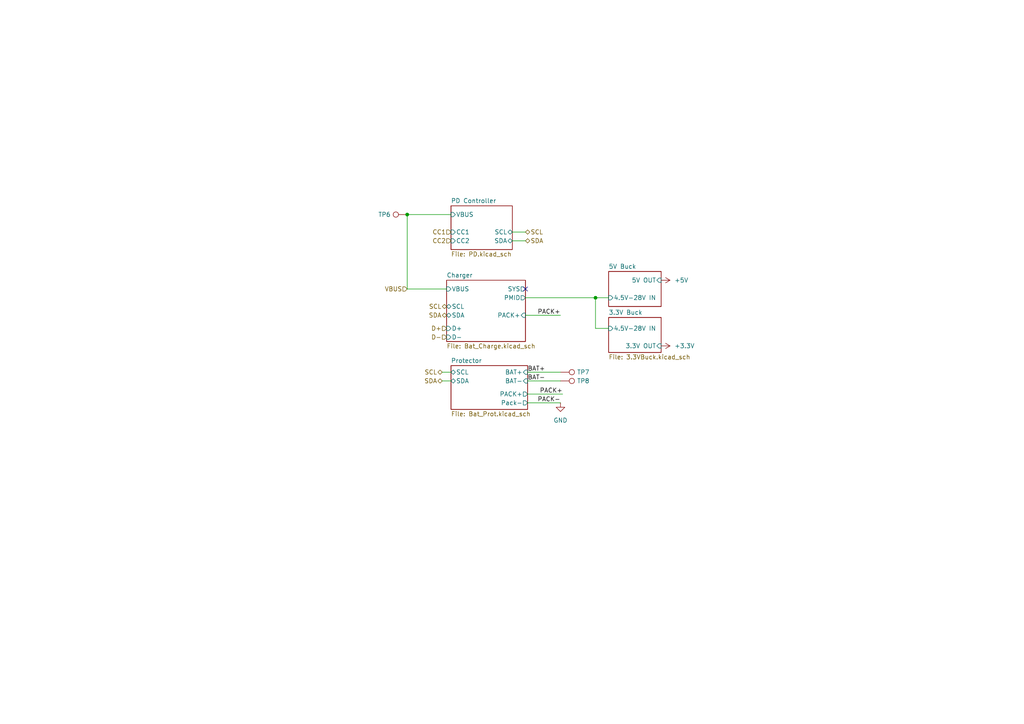
<source format=kicad_sch>
(kicad_sch (version 20231120) (generator "eeschema") (generator_version "8.0")
  (paper "A4")
  (lib_symbols
    (symbol "Connector:TestPoint" (pin_numbers hide) (pin_names (offset 0.762) hide)
      (property "Reference" "TP" (at 0 6.858 0))
      (property "Value" "TestPoint" (at 0 5.08 0))
      (symbol "TestPoint_0_1"
        (circle (center 0 3.302) (radius 0.762))
      )
      (symbol "TestPoint_1_1"
        (pin passive line (at 0 0 90) (length 2.54) (name "1") (number "1"))
      )
    )
    (symbol "power:+3.3V" (power) (pin_numbers hide) (pin_names (offset 0) hide)
      (property "Value" "+3.3V" (at 0 3.556 0))
      (symbol "+3.3V_0_1"
        (polyline (pts (xy -0.762 1.27) (xy 0 2.54)))
        (polyline (pts (xy 0 0) (xy 0 2.54)))
        (polyline (pts (xy 0 2.54) (xy 0.762 1.27)))
      )
      (symbol "+3.3V_1_1"
        (pin power_in line (at 0 0 90) (length 0) (name "~") (number "1"))
      )
    )
    (symbol "power:+5V" (power) (pin_numbers hide) (pin_names (offset 0) hide)
      (property "Value" "+5V" (at 0 3.556 0))
      (symbol "+5V_0_1"
        (polyline (pts (xy -0.762 1.27) (xy 0 2.54)))
        (polyline (pts (xy 0 0) (xy 0 2.54)))
        (polyline (pts (xy 0 2.54) (xy 0.762 1.27)))
      )
      (symbol "+5V_1_1"
        (pin power_in line (at 0 0 90) (length 0) (name "~") (number "1"))
      )
    )
    (symbol "power:GND" (power) (pin_numbers hide) (pin_names (offset 0) hide)
      (property "Value" "GND" (at 0 -3.81 0))
      (symbol "GND_0_1"
        (polyline (pts (xy 0 0) (xy 0 -1.27) (xy 1.27 -1.27) (xy 0 -2.54) (xy -1.27 -1.27) (xy 0 -1.27)))
      )
      (symbol "GND_1_1"
        (pin power_in line (at 0 0 270) (length 0) (name "~") (number "1"))
      )
    )
  )
  (junction (at 172.72 86.36))
  (junction (at 118.11 62.23))
  (no_connect (at 152.4 83.82))
  (wire (pts (xy 176.53 95.25) (xy 172.72 95.25)))
  (wire (pts (xy 118.11 83.82) (xy 118.11 62.23)))
  (wire (pts (xy 148.59 69.85) (xy 152.4 69.85)))
  (wire (pts (xy 153.035 114.3) (xy 163.195 114.3)))
  (wire (pts (xy 128.27 110.49) (xy 130.81 110.49)))
  (wire (pts (xy 162.56 110.49) (xy 153.035 110.49)))
  (wire (pts (xy 118.11 62.23) (xy 130.81 62.23)))
  (wire (pts (xy 172.72 86.36) (xy 176.53 86.36)))
  (wire (pts (xy 152.4 86.36) (xy 172.72 86.36)))
  (wire (pts (xy 152.4 67.31) (xy 148.59 67.31)))
  (wire (pts (xy 152.4 91.44) (xy 162.56 91.44)))
  (wire (pts (xy 153.035 116.84) (xy 162.56 116.84)))
  (wire (pts (xy 128.27 107.95) (xy 130.81 107.95)))
  (wire (pts (xy 162.56 107.95) (xy 153.035 107.95)))
  (wire (pts (xy 118.11 83.82) (xy 129.54 83.82)))
  (wire (pts (xy 172.72 95.25) (xy 172.72 86.36)))
  (label "BAT-" (at 153.035 110.49 0))
  (label "PACK+" (at 162.56 91.44 180))
  (label "BAT+" (at 153.035 107.95 0))
  (label "PACK+" (at 163.195 114.3 180))
  (label "PACK-" (at 162.56 116.84 180))
  (hierarchical_label "SCL" (shape bidirectional) (at 152.4 67.31 0))
  (hierarchical_label "D-" (shape input) (at 129.54 97.79 180))
  (hierarchical_label "D+" (shape input) (at 129.54 95.25 180))
  (hierarchical_label "VBUS" (shape input) (at 118.11 83.82 180))
  (hierarchical_label "CC2" (shape input) (at 130.81 69.85 180))
  (hierarchical_label "CC1" (shape input) (at 130.81 67.31 180))
  (hierarchical_label "SDA" (shape bidirectional) (at 129.54 91.44 180))
  (hierarchical_label "SDA" (shape bidirectional) (at 152.4 69.85 0))
  (hierarchical_label "SDA" (shape bidirectional) (at 128.27 110.49 180))
  (hierarchical_label "SCL" (shape bidirectional) (at 129.54 88.9 180))
  (hierarchical_label "SCL" (shape bidirectional) (at 128.27 107.95 180))
  (symbol (lib_id "power:GND") (at 162.56 116.84 0) (unit 1)
    (property "Reference" "#PWR096" (effects (hide yes)))
    (property "Value" "GND" (at 162.56 121.92 0))
    (property "Description" "Power symbol creates a global label with name \"GND\" , ground" (effects (hide yes)))
  )
  (symbol (lib_id "power:+5V") (at 191.77 81.28 270) (unit 1)
    (property "Reference" "#PWR066" (effects (hide yes)))
    (property "Value" "+5V" (at 195.58 81.2799 90) (effects (justify left)))
    (property "Description" "Power symbol creates a global label with name \"+5V\"" (effects (hide yes)))
  )
  (symbol (lib_id "Connector:TestPoint") (at 118.11 62.23 90) (unit 1)
    (property "Reference" "TP6" (at 111.506 62.23 90))
    (property "Value" "TestPoint" (effects (hide yes)))
    (property "Footprint" "TestPoint:TestPoint_Pad_D3.0mm" (effects (hide yes)))
    (property "Description" "test point" (effects (hide yes)))
  )
  (symbol (lib_id "Connector:TestPoint") (at 162.56 107.95 270) (mirror x) (unit 1)
    (property "Reference" "TP7" (at 169.164 107.95 90))
    (property "Value" "TestPoint" (effects (hide yes)))
    (property "Footprint" "TestPoint:TestPoint_THTPad_D3.0mm_Drill1.5mm" (effects (hide yes)))
    (property "Description" "test point" (effects (hide yes)))
  )
  (symbol (lib_id "power:+3.3V") (at 191.77 100.33 270) (mirror x) (unit 1)
    (property "Reference" "#PWR095" (effects (hide yes)))
    (property "Value" "+3.3V" (at 195.58 100.3299 90) (effects (justify left)))
    (property "Description" "Power symbol creates a global label with name \"+3.3V\"" (effects (hide yes)))
  )
  (symbol (lib_id "Connector:TestPoint") (at 162.56 110.49 270) (mirror x) (unit 1)
    (property "Reference" "TP8" (at 169.164 110.49 90))
    (property "Value" "TestPoint" (effects (hide yes)))
    (property "Footprint" "TestPoint:TestPoint_THTPad_D3.0mm_Drill1.5mm" (effects (hide yes)))
    (property "Description" "test point" (effects (hide yes)))
  )
  (sheet (at 130.81 106.045) (size 22.225 12.7) (stroke (width 0.1524))
    (property "Sheetname" "Protector" (at 130.81 105.3334 0) (effects (justify left bottom)))
    (property "Sheetfile" "Bat_Prot.kicad_sch" (at 130.81 119.3296 0) (effects (justify left top)))
    (pin "BAT-" input (at 153.035 110.49 0))
    (pin "PACK+" output (at 153.035 114.3 0))
    (pin "Pack-" output (at 153.035 116.84 0))
    (pin "BAT+" input (at 153.035 107.95 0))
    (pin "SCL" bidirectional (at 130.81 107.95 180))
    (pin "SDA" bidirectional (at 130.81 110.49 180))
  )
  (sheet (at 176.53 78.74) (size 15.24 10.16) (stroke (width 0.1524))
    (property "Sheetname" "5V Buck" (at 176.53 78.0284 0) (effects (justify left bottom)))
    (property "Sheetfile" "Buck.kicad_sch" (effects (hide yes)))
    (pin "4.5V-28V IN" input (at 176.53 86.36 180))
    (pin "5V OUT" input (at 191.77 81.28 0))
  )
  (sheet (at 129.54 81.28) (size 22.86 17.78) (stroke (width 0.1524))
    (property "Sheetname" "Charger" (at 129.54 80.5684 0) (effects (justify left bottom)))
    (property "Sheetfile" "Bat_Charge.kicad_sch" (at 129.54 99.6446 0) (effects (justify left top)))
    (pin "SYS" output (at 152.4 83.82 0))
    (pin "PMID" output (at 152.4 86.36 0))
    (pin "VBUS" input (at 129.54 83.82 180))
    (pin "SDA" bidirectional (at 129.54 91.44 180))
    (pin "SCL" bidirectional (at 129.54 88.9 180))
    (pin "PACK+" input (at 152.4 91.44 0))
    (pin "D-" input (at 129.54 97.79 180))
    (pin "D+" input (at 129.54 95.25 180))
  )
  (sheet (at 176.53 92.075) (size 15.24 10.16) (stroke (width 0.1524))
    (property "Sheetname" "3.3V Buck" (at 176.53 91.3634 0) (effects (justify left bottom)))
    (property "Sheetfile" "3.3VBuck.kicad_sch" (at 176.53 102.8196 0) (effects (justify left top)))
    (pin "3.3V OUT" input (at 191.77 100.33 0))
    (pin "4.5V-28V IN" input (at 176.53 95.25 180))
  )
  (sheet (at 130.81 59.69) (size 17.78 12.7) (stroke (width 0.1524))
    (property "Sheetname" "PD Controller" (at 130.81 58.9784 0) (effects (justify left bottom)))
    (property "Sheetfile" "PD.kicad_sch" (at 130.81 72.9746 0) (effects (justify left top)))
    (pin "CC1" input (at 130.81 67.31 180))
    (pin "CC2" input (at 130.81 69.85 180))
    (pin "VBUS" input (at 130.81 62.23 180))
    (pin "SCL" bidirectional (at 148.59 67.31 0))
    (pin "SDA" bidirectional (at 148.59 69.85 0))
  )
)
</source>
